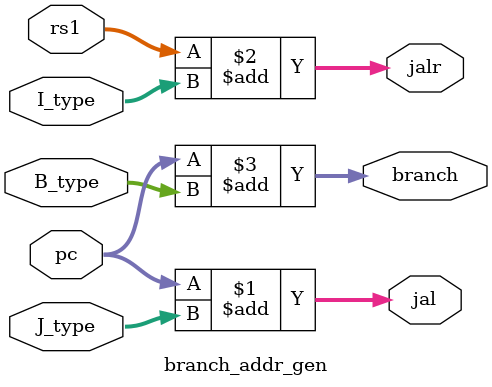
<source format=v>
`timescale 1ns / 1ps

/*
  Generates new PC addresses for jal, jalr, and branch
  instructions given the immediate values for I, J, B-type
  instructions, and the current PC value.
*/
module branch_addr_gen(
    input [31:0] I_type, J_type, B_type, pc, rs1,
    output [31:0] jal, jalr, branch
    );
    
    // Assign addresses
    assign jal = pc + J_type;
    assign jalr = rs1 + I_type;
    assign branch = pc + B_type;
    
endmodule

</source>
